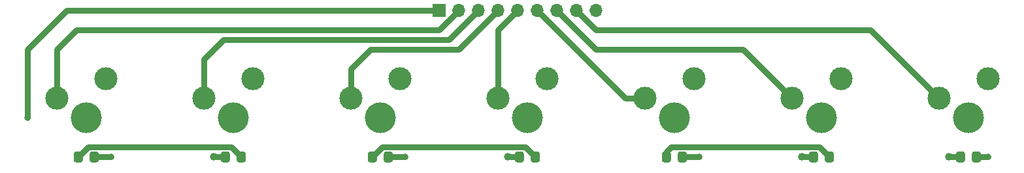
<source format=gbr>
%TF.GenerationSoftware,KiCad,Pcbnew,(5.1.9)-1*%
%TF.CreationDate,2021-06-11T12:02:02-04:00*%
%TF.ProjectId,LowerBar,4c6f7765-7242-4617-922e-6b696361645f,rev?*%
%TF.SameCoordinates,Original*%
%TF.FileFunction,Copper,L1,Top*%
%TF.FilePolarity,Positive*%
%FSLAX46Y46*%
G04 Gerber Fmt 4.6, Leading zero omitted, Abs format (unit mm)*
G04 Created by KiCad (PCBNEW (5.1.9)-1) date 2021-06-11 12:02:02*
%MOMM*%
%LPD*%
G01*
G04 APERTURE LIST*
%TA.AperFunction,ComponentPad*%
%ADD10O,1.700000X1.700000*%
%TD*%
%TA.AperFunction,ComponentPad*%
%ADD11R,1.700000X1.700000*%
%TD*%
%TA.AperFunction,ComponentPad*%
%ADD12C,3.000000*%
%TD*%
%TA.AperFunction,ComponentPad*%
%ADD13C,4.000000*%
%TD*%
%TA.AperFunction,ViaPad*%
%ADD14C,1.000000*%
%TD*%
%TA.AperFunction,ViaPad*%
%ADD15C,0.800000*%
%TD*%
%TA.AperFunction,Conductor*%
%ADD16C,0.762000*%
%TD*%
G04 APERTURE END LIST*
D10*
%TO.P,J2,9*%
%TO.N,/GND*%
X193040000Y-55880000D03*
%TO.P,J2,8*%
%TO.N,/SW24*%
X190500000Y-55880000D03*
%TO.P,J2,7*%
%TO.N,/SW23*%
X187960000Y-55880000D03*
%TO.P,J2,6*%
%TO.N,/SW22*%
X185420000Y-55880000D03*
%TO.P,J2,5*%
%TO.N,/SW21*%
X182880000Y-55880000D03*
%TO.P,J2,4*%
%TO.N,/SW20*%
X180340000Y-55880000D03*
%TO.P,J2,3*%
%TO.N,/SW19*%
X177800000Y-55880000D03*
%TO.P,J2,2*%
%TO.N,/SW18*%
X175260000Y-55880000D03*
D11*
%TO.P,J2,1*%
%TO.N,/LED*%
X172720000Y-55880000D03*
%TD*%
%TO.P,D41,2*%
%TO.N,Net-(D41-Pad2)*%
%TA.AperFunction,SMDPad,CuDef*%
G36*
G01*
X241750000Y-75380001D02*
X241750000Y-74479999D01*
G75*
G02*
X241999999Y-74230000I249999J0D01*
G01*
X242650001Y-74230000D01*
G75*
G02*
X242900000Y-74479999I0J-249999D01*
G01*
X242900000Y-75380001D01*
G75*
G02*
X242650001Y-75630000I-249999J0D01*
G01*
X241999999Y-75630000D01*
G75*
G02*
X241750000Y-75380001I0J249999D01*
G01*
G37*
%TD.AperFunction*%
%TO.P,D41,1*%
%TO.N,/GND*%
%TA.AperFunction,SMDPad,CuDef*%
G36*
G01*
X239700000Y-75380001D02*
X239700000Y-74479999D01*
G75*
G02*
X239949999Y-74230000I249999J0D01*
G01*
X240600001Y-74230000D01*
G75*
G02*
X240850000Y-74479999I0J-249999D01*
G01*
X240850000Y-75380001D01*
G75*
G02*
X240600001Y-75630000I-249999J0D01*
G01*
X239949999Y-75630000D01*
G75*
G02*
X239700000Y-75380001I0J249999D01*
G01*
G37*
%TD.AperFunction*%
%TD*%
%TO.P,D40,2*%
%TO.N,Net-(D39-Pad1)*%
%TA.AperFunction,SMDPad,CuDef*%
G36*
G01*
X222700000Y-75380001D02*
X222700000Y-74479999D01*
G75*
G02*
X222949999Y-74230000I249999J0D01*
G01*
X223600001Y-74230000D01*
G75*
G02*
X223850000Y-74479999I0J-249999D01*
G01*
X223850000Y-75380001D01*
G75*
G02*
X223600001Y-75630000I-249999J0D01*
G01*
X222949999Y-75630000D01*
G75*
G02*
X222700000Y-75380001I0J249999D01*
G01*
G37*
%TD.AperFunction*%
%TO.P,D40,1*%
%TO.N,/GND*%
%TA.AperFunction,SMDPad,CuDef*%
G36*
G01*
X220650000Y-75380001D02*
X220650000Y-74479999D01*
G75*
G02*
X220899999Y-74230000I249999J0D01*
G01*
X221550001Y-74230000D01*
G75*
G02*
X221800000Y-74479999I0J-249999D01*
G01*
X221800000Y-75380001D01*
G75*
G02*
X221550001Y-75630000I-249999J0D01*
G01*
X220899999Y-75630000D01*
G75*
G02*
X220650000Y-75380001I0J249999D01*
G01*
G37*
%TD.AperFunction*%
%TD*%
%TO.P,D39,2*%
%TO.N,Net-(D39-Pad2)*%
%TA.AperFunction,SMDPad,CuDef*%
G36*
G01*
X203650000Y-75380001D02*
X203650000Y-74479999D01*
G75*
G02*
X203899999Y-74230000I249999J0D01*
G01*
X204550001Y-74230000D01*
G75*
G02*
X204800000Y-74479999I0J-249999D01*
G01*
X204800000Y-75380001D01*
G75*
G02*
X204550001Y-75630000I-249999J0D01*
G01*
X203899999Y-75630000D01*
G75*
G02*
X203650000Y-75380001I0J249999D01*
G01*
G37*
%TD.AperFunction*%
%TO.P,D39,1*%
%TO.N,Net-(D39-Pad1)*%
%TA.AperFunction,SMDPad,CuDef*%
G36*
G01*
X201600000Y-75380001D02*
X201600000Y-74479999D01*
G75*
G02*
X201849999Y-74230000I249999J0D01*
G01*
X202500001Y-74230000D01*
G75*
G02*
X202750000Y-74479999I0J-249999D01*
G01*
X202750000Y-75380001D01*
G75*
G02*
X202500001Y-75630000I-249999J0D01*
G01*
X201849999Y-75630000D01*
G75*
G02*
X201600000Y-75380001I0J249999D01*
G01*
G37*
%TD.AperFunction*%
%TD*%
%TO.P,D38,2*%
%TO.N,Net-(D37-Pad1)*%
%TA.AperFunction,SMDPad,CuDef*%
G36*
G01*
X184600000Y-75380001D02*
X184600000Y-74479999D01*
G75*
G02*
X184849999Y-74230000I249999J0D01*
G01*
X185500001Y-74230000D01*
G75*
G02*
X185750000Y-74479999I0J-249999D01*
G01*
X185750000Y-75380001D01*
G75*
G02*
X185500001Y-75630000I-249999J0D01*
G01*
X184849999Y-75630000D01*
G75*
G02*
X184600000Y-75380001I0J249999D01*
G01*
G37*
%TD.AperFunction*%
%TO.P,D38,1*%
%TO.N,/GND*%
%TA.AperFunction,SMDPad,CuDef*%
G36*
G01*
X182550000Y-75380001D02*
X182550000Y-74479999D01*
G75*
G02*
X182799999Y-74230000I249999J0D01*
G01*
X183450001Y-74230000D01*
G75*
G02*
X183700000Y-74479999I0J-249999D01*
G01*
X183700000Y-75380001D01*
G75*
G02*
X183450001Y-75630000I-249999J0D01*
G01*
X182799999Y-75630000D01*
G75*
G02*
X182550000Y-75380001I0J249999D01*
G01*
G37*
%TD.AperFunction*%
%TD*%
%TO.P,D37,2*%
%TO.N,Net-(D37-Pad2)*%
%TA.AperFunction,SMDPad,CuDef*%
G36*
G01*
X165550000Y-75380001D02*
X165550000Y-74479999D01*
G75*
G02*
X165799999Y-74230000I249999J0D01*
G01*
X166450001Y-74230000D01*
G75*
G02*
X166700000Y-74479999I0J-249999D01*
G01*
X166700000Y-75380001D01*
G75*
G02*
X166450001Y-75630000I-249999J0D01*
G01*
X165799999Y-75630000D01*
G75*
G02*
X165550000Y-75380001I0J249999D01*
G01*
G37*
%TD.AperFunction*%
%TO.P,D37,1*%
%TO.N,Net-(D37-Pad1)*%
%TA.AperFunction,SMDPad,CuDef*%
G36*
G01*
X163500000Y-75380001D02*
X163500000Y-74479999D01*
G75*
G02*
X163749999Y-74230000I249999J0D01*
G01*
X164400001Y-74230000D01*
G75*
G02*
X164650000Y-74479999I0J-249999D01*
G01*
X164650000Y-75380001D01*
G75*
G02*
X164400001Y-75630000I-249999J0D01*
G01*
X163749999Y-75630000D01*
G75*
G02*
X163500000Y-75380001I0J249999D01*
G01*
G37*
%TD.AperFunction*%
%TD*%
%TO.P,D36,2*%
%TO.N,Net-(D35-Pad1)*%
%TA.AperFunction,SMDPad,CuDef*%
G36*
G01*
X146500000Y-75380001D02*
X146500000Y-74479999D01*
G75*
G02*
X146749999Y-74230000I249999J0D01*
G01*
X147400001Y-74230000D01*
G75*
G02*
X147650000Y-74479999I0J-249999D01*
G01*
X147650000Y-75380001D01*
G75*
G02*
X147400001Y-75630000I-249999J0D01*
G01*
X146749999Y-75630000D01*
G75*
G02*
X146500000Y-75380001I0J249999D01*
G01*
G37*
%TD.AperFunction*%
%TO.P,D36,1*%
%TO.N,/GND*%
%TA.AperFunction,SMDPad,CuDef*%
G36*
G01*
X144450000Y-75380001D02*
X144450000Y-74479999D01*
G75*
G02*
X144699999Y-74230000I249999J0D01*
G01*
X145350001Y-74230000D01*
G75*
G02*
X145600000Y-74479999I0J-249999D01*
G01*
X145600000Y-75380001D01*
G75*
G02*
X145350001Y-75630000I-249999J0D01*
G01*
X144699999Y-75630000D01*
G75*
G02*
X144450000Y-75380001I0J249999D01*
G01*
G37*
%TD.AperFunction*%
%TD*%
%TO.P,D35,2*%
%TO.N,Net-(D35-Pad2)*%
%TA.AperFunction,SMDPad,CuDef*%
G36*
G01*
X127450000Y-75380001D02*
X127450000Y-74479999D01*
G75*
G02*
X127699999Y-74230000I249999J0D01*
G01*
X128350001Y-74230000D01*
G75*
G02*
X128600000Y-74479999I0J-249999D01*
G01*
X128600000Y-75380001D01*
G75*
G02*
X128350001Y-75630000I-249999J0D01*
G01*
X127699999Y-75630000D01*
G75*
G02*
X127450000Y-75380001I0J249999D01*
G01*
G37*
%TD.AperFunction*%
%TO.P,D35,1*%
%TO.N,Net-(D35-Pad1)*%
%TA.AperFunction,SMDPad,CuDef*%
G36*
G01*
X125400000Y-75380001D02*
X125400000Y-74479999D01*
G75*
G02*
X125649999Y-74230000I249999J0D01*
G01*
X126300001Y-74230000D01*
G75*
G02*
X126550000Y-74479999I0J-249999D01*
G01*
X126550000Y-75380001D01*
G75*
G02*
X126300001Y-75630000I-249999J0D01*
G01*
X125649999Y-75630000D01*
G75*
G02*
X125400000Y-75380001I0J249999D01*
G01*
G37*
%TD.AperFunction*%
%TD*%
D12*
%TO.P,SW1,2*%
%TO.N,/GND*%
X129540000Y-64770000D03*
%TO.P,SW1,1*%
%TO.N,/SW18*%
X123190000Y-67310000D03*
D13*
%TO.P,SW1,3*%
%TO.N,N/C*%
X127000000Y-69850000D03*
%TD*%
%TO.P,SW2,3*%
%TO.N,N/C*%
X146050000Y-69850000D03*
D12*
%TO.P,SW2,1*%
%TO.N,/SW19*%
X142240000Y-67310000D03*
%TO.P,SW2,2*%
%TO.N,/GND*%
X148590000Y-64770000D03*
%TD*%
%TO.P,SW3,2*%
%TO.N,/GND*%
X167640000Y-64770000D03*
%TO.P,SW3,1*%
%TO.N,/SW20*%
X161290000Y-67310000D03*
D13*
%TO.P,SW3,3*%
%TO.N,N/C*%
X165100000Y-69850000D03*
%TD*%
%TO.P,SW4,3*%
%TO.N,N/C*%
X184150000Y-69850000D03*
D12*
%TO.P,SW4,1*%
%TO.N,/SW21*%
X180340000Y-67310000D03*
%TO.P,SW4,2*%
%TO.N,/GND*%
X186690000Y-64770000D03*
%TD*%
%TO.P,SW5,2*%
%TO.N,/GND*%
X205740000Y-64770000D03*
%TO.P,SW5,1*%
%TO.N,/SW22*%
X199390000Y-67310000D03*
D13*
%TO.P,SW5,3*%
%TO.N,N/C*%
X203200000Y-69850000D03*
%TD*%
%TO.P,SW6,3*%
%TO.N,N/C*%
X222250000Y-69850000D03*
D12*
%TO.P,SW6,1*%
%TO.N,/SW23*%
X218440000Y-67310000D03*
%TO.P,SW6,2*%
%TO.N,/GND*%
X224790000Y-64770000D03*
%TD*%
%TO.P,SW7,2*%
%TO.N,/GND*%
X243840000Y-64770000D03*
%TO.P,SW7,1*%
%TO.N,/SW24*%
X237490000Y-67310000D03*
D13*
%TO.P,SW7,3*%
%TO.N,N/C*%
X241300000Y-69850000D03*
%TD*%
D14*
%TO.N,/GND*%
X219710000Y-74930000D03*
X238760000Y-74930000D03*
X181610000Y-74930000D03*
X143510000Y-74930000D03*
D15*
%TO.N,/LED*%
X119380000Y-69850000D03*
%TO.N,Net-(D35-Pad2)*%
X130175000Y-74930000D03*
%TO.N,Net-(D37-Pad2)*%
X168275000Y-74930000D03*
%TO.N,Net-(D39-Pad2)*%
X206375000Y-74930000D03*
%TO.N,Net-(D41-Pad2)*%
X243840000Y-74930000D03*
%TD*%
D16*
%TO.N,/GND*%
X219710000Y-74930000D02*
X221225000Y-74930000D01*
X238760000Y-74930000D02*
X240275000Y-74930000D01*
X143510000Y-74930000D02*
X145025000Y-74930000D01*
X181610000Y-74930000D02*
X183125000Y-74930000D01*
%TO.N,/SW24*%
X237490000Y-67310000D02*
X228600000Y-58420000D01*
X228600000Y-58420000D02*
X193040000Y-58420000D01*
X193040000Y-58420000D02*
X190500000Y-55880000D01*
%TO.N,/SW23*%
X218440000Y-67310000D02*
X212090000Y-60960000D01*
X212090000Y-60960000D02*
X193040000Y-60960000D01*
X193040000Y-60960000D02*
X187960000Y-55880000D01*
%TO.N,/SW22*%
X196850000Y-67310000D02*
X185420000Y-55880000D01*
X199390000Y-67310000D02*
X196850000Y-67310000D01*
%TO.N,/SW21*%
X180340000Y-58420000D02*
X182880000Y-55880000D01*
X180340000Y-67310000D02*
X180340000Y-58420000D01*
%TO.N,/SW20*%
X161290000Y-67310000D02*
X161290000Y-63500000D01*
X161290000Y-63500000D02*
X163830000Y-60960000D01*
X175260000Y-60960000D02*
X180340000Y-55880000D01*
X163830000Y-60960000D02*
X175260000Y-60960000D01*
%TO.N,/SW19*%
X144780000Y-59690000D02*
X173990000Y-59690000D01*
X142240000Y-62230000D02*
X144780000Y-59690000D01*
X173990000Y-59690000D02*
X177800000Y-55880000D01*
X142240000Y-67310000D02*
X142240000Y-62230000D01*
%TO.N,/SW18*%
X123190000Y-67310000D02*
X123190000Y-60960000D01*
X172720000Y-58420000D02*
X175260000Y-55880000D01*
X125730000Y-58420000D02*
X172720000Y-58420000D01*
X123190000Y-60960000D02*
X125730000Y-58420000D01*
%TO.N,/LED*%
X172720000Y-55880000D02*
X124460000Y-55880000D01*
X124460000Y-55880000D02*
X119380000Y-60960000D01*
X119380000Y-69850000D02*
X119380000Y-60960000D01*
%TO.N,Net-(D35-Pad2)*%
X128025000Y-74930000D02*
X130175000Y-74930000D01*
X130175000Y-74930000D02*
X130175000Y-74930000D01*
%TO.N,Net-(D35-Pad1)*%
X127256010Y-73648990D02*
X125975000Y-74930000D01*
X145793990Y-73648990D02*
X127256010Y-73648990D01*
X147075000Y-74930000D02*
X145793990Y-73648990D01*
%TO.N,Net-(D37-Pad2)*%
X166125000Y-74930000D02*
X168275000Y-74930000D01*
X168275000Y-74930000D02*
X168275000Y-74930000D01*
%TO.N,Net-(D37-Pad1)*%
X165356010Y-73648990D02*
X164075000Y-74930000D01*
X183893990Y-73648990D02*
X165356010Y-73648990D01*
X185175000Y-74930000D02*
X183893990Y-73648990D01*
%TO.N,Net-(D39-Pad2)*%
X204225000Y-74930000D02*
X206375000Y-74930000D01*
X206375000Y-74930000D02*
X206375000Y-74930000D01*
%TO.N,Net-(D39-Pad1)*%
X202756010Y-73648990D02*
X221993990Y-73648990D01*
X221993990Y-73648990D02*
X223275000Y-74930000D01*
X202175000Y-74230000D02*
X202756010Y-73648990D01*
X202175000Y-74930000D02*
X202175000Y-74230000D01*
%TO.N,Net-(D41-Pad2)*%
X242325000Y-74930000D02*
X243840000Y-74930000D01*
X243840000Y-74930000D02*
X243840000Y-74930000D01*
%TD*%
M02*

</source>
